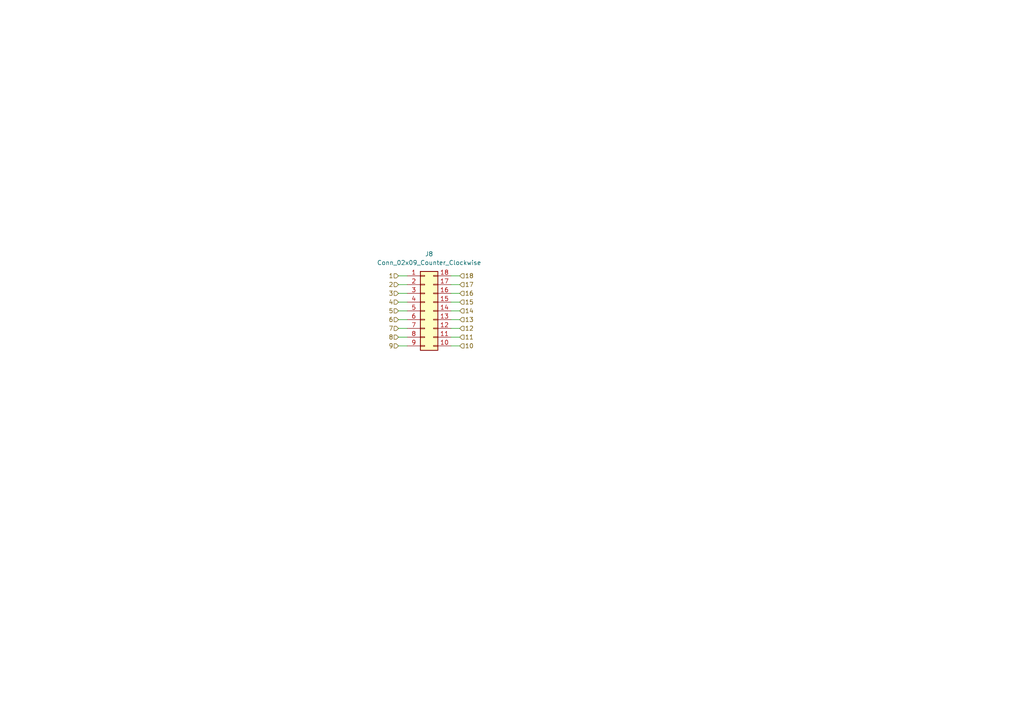
<source format=kicad_sch>
(kicad_sch (version 20250114) (generator "eeschema") (generator_version "9.0")
  (paper "A4")
  (lib_symbols
    (symbol "Connector_Generic:Conn_02x09_Counter_Clockwise" (pin_names (offset 1.016) (hide yes))
      (property "Reference" "J" (at 1.27 12.7 0))
      (property "Value" "Conn_02x09_Counter_Clockwise" (at 1.27 -12.7 0))
      (symbol "Conn_02x09_Counter_Clockwise_1_1"
        (rectangle (start -1.27 11.43) (end 3.81 -11.43) (stroke (width 0.254)) (fill (type background)))
        (rectangle (start -1.27 10.287) (end 0 10.033) (stroke (width 0.1524)))
        (rectangle (start -1.27 7.747) (end 0 7.493) (stroke (width 0.1524)))
        (rectangle (start -1.27 5.207) (end 0 4.953) (stroke (width 0.1524)))
        (rectangle (start -1.27 2.667) (end 0 2.413) (stroke (width 0.1524)))
        (rectangle (start -1.27 0.127) (end 0 -0.127) (stroke (width 0.1524)))
        (rectangle (start -1.27 -2.413) (end 0 -2.667) (stroke (width 0.1524)))
        (rectangle (start -1.27 -4.953) (end 0 -5.207) (stroke (width 0.1524)))
        (rectangle (start -1.27 -7.493) (end 0 -7.747) (stroke (width 0.1524)))
        (rectangle (start -1.27 -10.033) (end 0 -10.287) (stroke (width 0.1524)))
        (rectangle (start 3.81 10.287) (end 2.54 10.033) (stroke (width 0.1524)))
        (rectangle (start 3.81 7.747) (end 2.54 7.493) (stroke (width 0.1524)))
        (rectangle (start 3.81 5.207) (end 2.54 4.953) (stroke (width 0.1524)))
        (rectangle (start 3.81 2.667) (end 2.54 2.413) (stroke (width 0.1524)))
        (rectangle (start 3.81 0.127) (end 2.54 -0.127) (stroke (width 0.1524)))
        (rectangle (start 3.81 -2.413) (end 2.54 -2.667) (stroke (width 0.1524)))
        (rectangle (start 3.81 -4.953) (end 2.54 -5.207) (stroke (width 0.1524)))
        (rectangle (start 3.81 -7.493) (end 2.54 -7.747) (stroke (width 0.1524)))
        (rectangle (start 3.81 -10.033) (end 2.54 -10.287) (stroke (width 0.1524)))
        (pin passive line (at -5.08 10.16 0) (length 3.81) (name "Pin_1") (number "1"))
        (pin passive line (at -5.08 7.62 0) (length 3.81) (name "Pin_2") (number "2"))
        (pin passive line (at -5.08 5.08 0) (length 3.81) (name "Pin_3") (number "3"))
        (pin passive line (at -5.08 2.54 0) (length 3.81) (name "Pin_4") (number "4"))
        (pin passive line (at -5.08 0 0) (length 3.81) (name "Pin_5") (number "5"))
        (pin passive line (at -5.08 -2.54 0) (length 3.81) (name "Pin_6") (number "6"))
        (pin passive line (at -5.08 -5.08 0) (length 3.81) (name "Pin_7") (number "7"))
        (pin passive line (at -5.08 -7.62 0) (length 3.81) (name "Pin_8") (number "8"))
        (pin passive line (at -5.08 -10.16 0) (length 3.81) (name "Pin_9") (number "9"))
        (pin passive line (at 7.62 10.16 180) (length 3.81) (name "Pin_18") (number "18"))
        (pin passive line (at 7.62 7.62 180) (length 3.81) (name "Pin_17") (number "17"))
        (pin passive line (at 7.62 5.08 180) (length 3.81) (name "Pin_16") (number "16"))
        (pin passive line (at 7.62 2.54 180) (length 3.81) (name "Pin_15") (number "15"))
        (pin passive line (at 7.62 0 180) (length 3.81) (name "Pin_14") (number "14"))
        (pin passive line (at 7.62 -2.54 180) (length 3.81) (name "Pin_13") (number "13"))
        (pin passive line (at 7.62 -5.08 180) (length 3.81) (name "Pin_12") (number "12"))
        (pin passive line (at 7.62 -7.62 180) (length 3.81) (name "Pin_11") (number "11"))
        (pin passive line (at 7.62 -10.16 180) (length 3.81) (name "Pin_10") (number "10"))
      )
    )
  )
  (wire (pts (xy 130.81 100.33) (xy 133.35 100.33)))
  (wire (pts (xy 130.81 85.09) (xy 133.35 85.09)))
  (wire (pts (xy 115.57 92.71) (xy 118.11 92.71)))
  (wire (pts (xy 130.81 87.63) (xy 133.35 87.63)))
  (wire (pts (xy 115.57 80.01) (xy 118.11 80.01)))
  (wire (pts (xy 115.57 90.17) (xy 118.11 90.17)))
  (wire (pts (xy 130.81 97.79) (xy 133.35 97.79)))
  (wire (pts (xy 115.57 82.55) (xy 118.11 82.55)))
  (wire (pts (xy 130.81 80.01) (xy 133.35 80.01)))
  (wire (pts (xy 115.57 95.25) (xy 118.11 95.25)))
  (wire (pts (xy 130.81 95.25) (xy 133.35 95.25)))
  (wire (pts (xy 115.57 87.63) (xy 118.11 87.63)))
  (wire (pts (xy 130.81 92.71) (xy 133.35 92.71)))
  (wire (pts (xy 115.57 100.33) (xy 118.11 100.33)))
  (wire (pts (xy 115.57 85.09) (xy 118.11 85.09)))
  (wire (pts (xy 130.81 90.17) (xy 133.35 90.17)))
  (wire (pts (xy 115.57 97.79) (xy 118.11 97.79)))
  (wire (pts (xy 130.81 82.55) (xy 133.35 82.55)))
  (hierarchical_label "9" (shape input) (at 115.57 100.33 180))
  (hierarchical_label "16" (shape input) (at 133.35 85.09 0))
  (hierarchical_label "5" (shape input) (at 115.57 90.17 180))
  (hierarchical_label "17" (shape input) (at 133.35 82.55 0))
  (hierarchical_label "10" (shape input) (at 133.35 100.33 0))
  (hierarchical_label "7" (shape input) (at 115.57 95.25 180))
  (hierarchical_label "15" (shape input) (at 133.35 87.63 0))
  (hierarchical_label "1" (shape input) (at 115.57 80.01 180))
  (hierarchical_label "14" (shape input) (at 133.35 90.17 0))
  (hierarchical_label "2" (shape input) (at 115.57 82.55 180))
  (hierarchical_label "18" (shape input) (at 133.35 80.01 0))
  (hierarchical_label "11" (shape input) (at 133.35 97.79 0))
  (hierarchical_label "3" (shape input) (at 115.57 85.09 180))
  (hierarchical_label "8" (shape input) (at 115.57 97.79 180))
  (hierarchical_label "12" (shape input) (at 133.35 95.25 0))
  (hierarchical_label "13" (shape input) (at 133.35 92.71 0))
  (hierarchical_label "6" (shape input) (at 115.57 92.71 180))
  (hierarchical_label "4" (shape input) (at 115.57 87.63 180))
  (symbol (lib_id "Connector_Generic:Conn_02x09_Counter_Clockwise") (at 123.19 90.17 0) (unit 1)
    (property "Reference" "J8" (at 124.46 73.66 0))
    (property "Value" "Conn_02x09_Counter_Clockwise" (at 124.46 76.2 0))
    (property "Footprint" "Connector_PinHeader_2.54mm:PinHeader_2x09_P2.54mm_Vertical" (effects (hide yes)))
    (property "Description" "Generic connector, double row, 02x09, counter clockwise pin numbering scheme (similar to DIP package numbering), script generated (kicad-library-utils/schlib/autogen/connector/)" (effects (hide yes)))
  )
)
</source>
